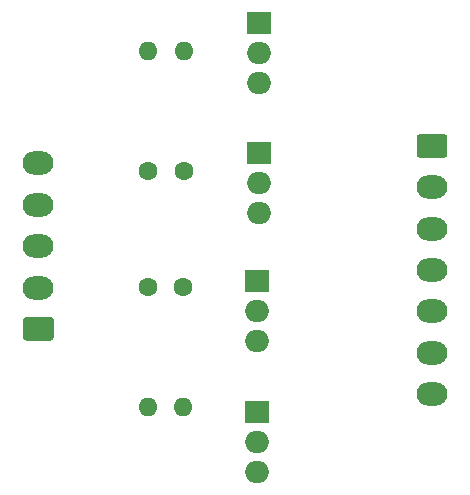
<source format=gbr>
G04 #@! TF.GenerationSoftware,KiCad,Pcbnew,5.1.9*
G04 #@! TF.CreationDate,2021-08-09T17:38:43+02:00*
G04 #@! TF.ProjectId,led_amplifier,6c65645f-616d-4706-9c69-666965722e6b,1*
G04 #@! TF.SameCoordinates,Original*
G04 #@! TF.FileFunction,Soldermask,Bot*
G04 #@! TF.FilePolarity,Negative*
%FSLAX45Y45*%
G04 Gerber Fmt 4.5, Leading zero omitted, Abs format (unit mm)*
G04 Created by KiCad (PCBNEW 5.1.9) date 2021-08-09 17:38:43*
%MOMM*%
%LPD*%
G01*
G04 APERTURE LIST*
%ADD10O,1.600000X1.600000*%
%ADD11C,1.600000*%
%ADD12O,2.000000X1.905000*%
%ADD13R,2.000000X1.905000*%
%ADD14O,2.600000X2.000000*%
G04 APERTURE END LIST*
D10*
X15781020Y-9151620D03*
D11*
X15781020Y-8135620D03*
D12*
X16409670Y-9697720D03*
X16409670Y-9443720D03*
D13*
X16409670Y-9189720D03*
G36*
G01*
X17784220Y-6837320D02*
X17994220Y-6837320D01*
G75*
G02*
X18019220Y-6862320I0J-25000D01*
G01*
X18019220Y-7012320D01*
G75*
G02*
X17994220Y-7037320I-25000J0D01*
G01*
X17784220Y-7037320D01*
G75*
G02*
X17759220Y-7012320I0J25000D01*
G01*
X17759220Y-6862320D01*
G75*
G02*
X17784220Y-6837320I25000J0D01*
G01*
G37*
D14*
X17889220Y-7287320D03*
X17889220Y-7637320D03*
X17889220Y-7987320D03*
X17889220Y-8337320D03*
X17889220Y-8687320D03*
X17889220Y-9037320D03*
D13*
X16422370Y-5894070D03*
D12*
X16422370Y-6148070D03*
X16422370Y-6402070D03*
D13*
X16422370Y-6993890D03*
D12*
X16422370Y-7247890D03*
X16422370Y-7501890D03*
D13*
X16410160Y-8081570D03*
D12*
X16410160Y-8335570D03*
X16410160Y-8589570D03*
G36*
G01*
X14661740Y-8586140D02*
X14451740Y-8586140D01*
G75*
G02*
X14426740Y-8561140I0J25000D01*
G01*
X14426740Y-8411140D01*
G75*
G02*
X14451740Y-8386140I25000J0D01*
G01*
X14661740Y-8386140D01*
G75*
G02*
X14686740Y-8411140I0J-25000D01*
G01*
X14686740Y-8561140D01*
G75*
G02*
X14661740Y-8586140I-25000J0D01*
G01*
G37*
D14*
X14556740Y-8136140D03*
X14556740Y-7786140D03*
X14556740Y-7436140D03*
X14556740Y-7086140D03*
D11*
X15485110Y-8135620D03*
D10*
X15485110Y-9151620D03*
D11*
X15787370Y-7153910D03*
D10*
X15787370Y-6137910D03*
X15485110Y-6136640D03*
D11*
X15485110Y-7152640D03*
M02*

</source>
